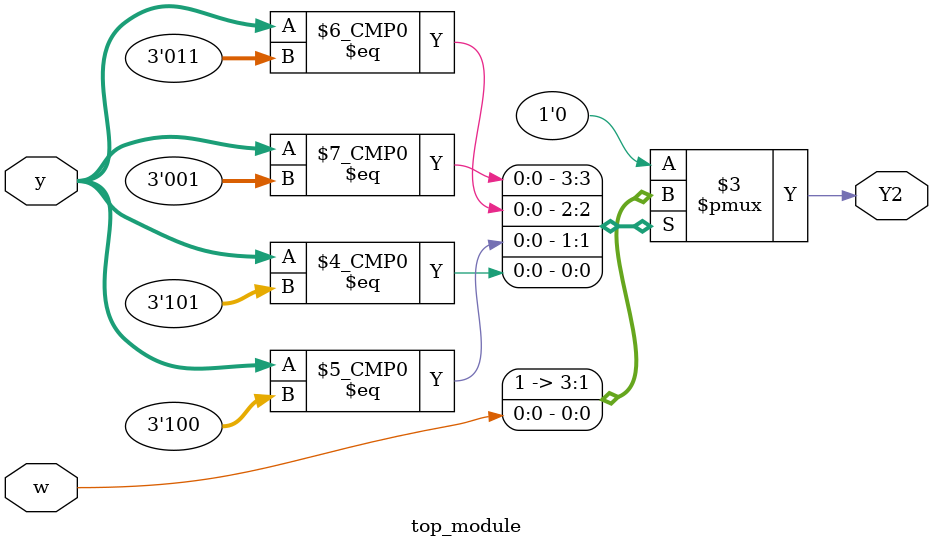
<source format=sv>
module top_module(
    input [3:1] y,
    input w,
    output reg Y2);

    always @(*) begin
        case(y)
            3'b000: Y2 = 1'b0;
            3'b001: Y2 = 1'b1;
            3'b010: Y2 = 1'b0;
            3'b011: Y2 = 1'b1;
            3'b100: Y2 = 1'b1;
            3'b101: Y2 = w;
            default: Y2 = 1'b0;
        endcase
    end

endmodule

</source>
